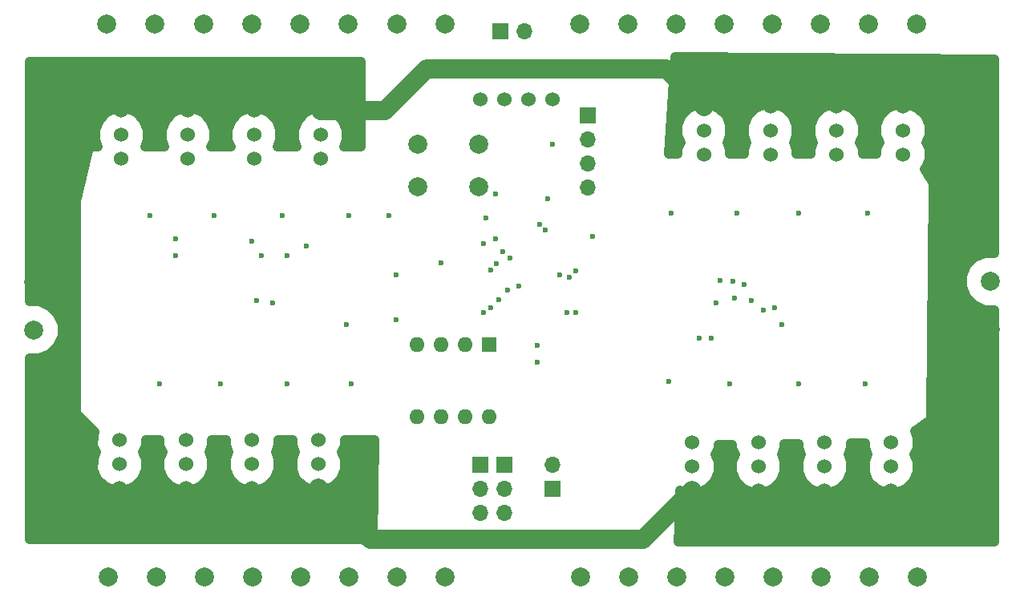
<source format=gbr>
G04 #@! TF.FileFunction,Copper,L3,Inr,Plane*
%FSLAX46Y46*%
G04 Gerber Fmt 4.6, Leading zero omitted, Abs format (unit mm)*
G04 Created by KiCad (PCBNEW 4.0.2+dfsg1-stable) date Tue 14 Aug 2018 11:21:20 PM MDT*
%MOMM*%
G01*
G04 APERTURE LIST*
%ADD10C,0.100000*%
%ADD11R,1.700000X1.700000*%
%ADD12O,1.700000X1.700000*%
%ADD13C,2.000000*%
%ADD14R,1.600000X1.600000*%
%ADD15O,1.600000X1.600000*%
%ADD16C,1.524000*%
%ADD17C,0.600000*%
%ADD18C,2.000000*%
%ADD19C,1.000000*%
G04 APERTURE END LIST*
D10*
D11*
X126720000Y-123870000D03*
D12*
X126720000Y-126410000D03*
X126720000Y-128950000D03*
D11*
X124180000Y-123870000D03*
D12*
X124180000Y-126410000D03*
X124180000Y-128950000D03*
D11*
X131800000Y-126410000D03*
D12*
X131800000Y-123870000D03*
D13*
X84720000Y-77300000D03*
X89800000Y-77300000D03*
X94920000Y-77300000D03*
X100000000Y-77300000D03*
X105120000Y-77300000D03*
X110200000Y-77300000D03*
X115320000Y-77300000D03*
X120400000Y-77300000D03*
X89960000Y-135720000D03*
X84880000Y-135720000D03*
X100120000Y-135720000D03*
X95040000Y-135720000D03*
X110280000Y-135720000D03*
X105200000Y-135720000D03*
X120440000Y-135720000D03*
X115360000Y-135720000D03*
X134630000Y-77240000D03*
X139710000Y-77240000D03*
X144790000Y-77240000D03*
X149870000Y-77240000D03*
X154950000Y-77240000D03*
X160030000Y-77240000D03*
X165110000Y-77240000D03*
X170190000Y-77240000D03*
X139780000Y-135680000D03*
X134700000Y-135680000D03*
X149940000Y-135680000D03*
X144860000Y-135680000D03*
X160100000Y-135680000D03*
X155020000Y-135680000D03*
X170260000Y-135680000D03*
X165180000Y-135680000D03*
D11*
X126250000Y-78000000D03*
D12*
X128790000Y-78000000D03*
D13*
X117500000Y-94500000D03*
X117500000Y-90000000D03*
X124000000Y-94500000D03*
X124000000Y-90000000D03*
D14*
X125040000Y-111130000D03*
D15*
X117420000Y-118750000D03*
X122500000Y-111130000D03*
X119960000Y-118750000D03*
X119960000Y-111130000D03*
X122500000Y-118750000D03*
X117420000Y-111130000D03*
X125040000Y-118750000D03*
D16*
X124130000Y-85250000D03*
X126670000Y-85250000D03*
X129210000Y-85250000D03*
X131750000Y-85250000D03*
D11*
X135500000Y-86960000D03*
D12*
X135500000Y-89500000D03*
X135500000Y-92040000D03*
X135500000Y-94580000D03*
D16*
X86250000Y-86420000D03*
X86250000Y-88960000D03*
X86250000Y-91500000D03*
X93250000Y-86420000D03*
X93250000Y-88960000D03*
X93250000Y-91500000D03*
X100250000Y-86420000D03*
X100250000Y-88960000D03*
X100250000Y-91500000D03*
X107250000Y-86420000D03*
X107250000Y-88960000D03*
X107250000Y-91500000D03*
X86050000Y-126300000D03*
X86050000Y-123760000D03*
X86050000Y-121220000D03*
X93050000Y-126300000D03*
X93050000Y-123760000D03*
X93050000Y-121220000D03*
X100050000Y-126300000D03*
X100050000Y-123760000D03*
X100050000Y-121220000D03*
X107050000Y-126300000D03*
X107050000Y-123760000D03*
X107050000Y-121220000D03*
X147750000Y-85960000D03*
X147750000Y-88500000D03*
X147750000Y-91040000D03*
X154750000Y-85960000D03*
X154750000Y-88500000D03*
X154750000Y-91040000D03*
X161750000Y-85960000D03*
X161750000Y-88500000D03*
X161750000Y-91040000D03*
X168750000Y-85960000D03*
X168750000Y-88500000D03*
X168750000Y-91040000D03*
X146500000Y-126580000D03*
X146500000Y-124040000D03*
X146500000Y-121500000D03*
X153500000Y-126580000D03*
X153500000Y-124040000D03*
X153500000Y-121500000D03*
X160500000Y-126580000D03*
X160500000Y-124040000D03*
X160500000Y-121500000D03*
X167500000Y-126580000D03*
X167500000Y-124040000D03*
X167500000Y-121500000D03*
D13*
X77000000Y-109580000D03*
X77000000Y-104500000D03*
X178000000Y-104460000D03*
X178000000Y-109540000D03*
D17*
X131750000Y-90000000D03*
X133550000Y-104000000D03*
X133250000Y-107750000D03*
X131250000Y-95750000D03*
X125750000Y-95250000D03*
X114500000Y-97500000D03*
X105750000Y-100750000D03*
X101000000Y-101750000D03*
X156000000Y-109000000D03*
X125750000Y-100000000D03*
X124750000Y-97750000D03*
X90250000Y-115250000D03*
X96750000Y-115250000D03*
X103750000Y-115250000D03*
X110500000Y-115250000D03*
X110000000Y-109000000D03*
X144000000Y-115000000D03*
X150500000Y-115250000D03*
X157750000Y-115250000D03*
X164750000Y-115250000D03*
X165000000Y-97250000D03*
X157750000Y-97250000D03*
X151250000Y-97250000D03*
X144250000Y-97250000D03*
X136000000Y-99750000D03*
X120000000Y-102500000D03*
X110250000Y-97500000D03*
X103250000Y-97500000D03*
X96000000Y-97500000D03*
X89250000Y-97500000D03*
X147250000Y-85460000D03*
X153500000Y-84000000D03*
X160750000Y-84000000D03*
X168000000Y-84250000D03*
X166500000Y-128500000D03*
X160000000Y-128250000D03*
X152750000Y-128250000D03*
X145080000Y-128000000D03*
X106000000Y-128000000D03*
X98750000Y-127750000D03*
X92000000Y-127750000D03*
X87250000Y-127750000D03*
X107500000Y-84750000D03*
X101000000Y-84500000D03*
X93500000Y-84500000D03*
X86750000Y-84500000D03*
X132500000Y-103750000D03*
X134217050Y-103374990D03*
X134250000Y-107750000D03*
X124500000Y-107750000D03*
X124500000Y-100500000D03*
X126500000Y-101300010D03*
X126997187Y-105374990D03*
X152000000Y-104750000D03*
X152750000Y-106500000D03*
X128164357Y-104924979D03*
X127250000Y-102000000D03*
X126106218Y-106374990D03*
X150823563Y-104474968D03*
X151000000Y-106250000D03*
X125874990Y-102600010D03*
X149000000Y-106750000D03*
X149468648Y-104349967D03*
X125250000Y-107275032D03*
X125250000Y-103250010D03*
X154000000Y-107500000D03*
X147250000Y-110500000D03*
X155250000Y-107250000D03*
X148500000Y-110500000D03*
X115250000Y-108500000D03*
X115250000Y-103750000D03*
X92000000Y-100000000D03*
X92000000Y-101750000D03*
X100000000Y-100250000D03*
X100500000Y-106500000D03*
X103750000Y-101750000D03*
X102250000Y-106750000D03*
X130149998Y-111250000D03*
X131000000Y-99000000D03*
X130149962Y-113000000D03*
X130434306Y-98434306D03*
D18*
X143790000Y-82000000D02*
X147250000Y-85460000D01*
X147250000Y-85460000D02*
X147750000Y-85960000D01*
X141330000Y-131750000D02*
X145080000Y-128000000D01*
X145080000Y-128000000D02*
X146500000Y-126580000D01*
X118500000Y-82000000D02*
X143790000Y-82000000D01*
X114080000Y-86420000D02*
X118500000Y-82000000D01*
X107250000Y-86420000D02*
X114080000Y-86420000D01*
X112500000Y-131750000D02*
X141330000Y-131750000D01*
X107050000Y-126300000D02*
X112500000Y-131750000D01*
D19*
G36*
X111500000Y-90250000D02*
X109721999Y-90250000D01*
X109713518Y-90229475D01*
X110011520Y-89511806D01*
X110012479Y-88413015D01*
X109592875Y-87397497D01*
X108816590Y-86619855D01*
X107801806Y-86198480D01*
X106703015Y-86197521D01*
X105687497Y-86617125D01*
X104909855Y-87393410D01*
X104488480Y-88408194D01*
X104487521Y-89506985D01*
X104786482Y-90230525D01*
X104778395Y-90250000D01*
X102721999Y-90250000D01*
X102713518Y-90229475D01*
X103011520Y-89511806D01*
X103012479Y-88413015D01*
X102592875Y-87397497D01*
X101816590Y-86619855D01*
X100801806Y-86198480D01*
X99703015Y-86197521D01*
X98687497Y-86617125D01*
X97909855Y-87393410D01*
X97488480Y-88408194D01*
X97487521Y-89506985D01*
X97786482Y-90230525D01*
X97778395Y-90250000D01*
X95721999Y-90250000D01*
X95713518Y-90229475D01*
X96011520Y-89511806D01*
X96012479Y-88413015D01*
X95592875Y-87397497D01*
X94816590Y-86619855D01*
X93801806Y-86198480D01*
X92703015Y-86197521D01*
X91687497Y-86617125D01*
X90909855Y-87393410D01*
X90488480Y-88408194D01*
X90487521Y-89506985D01*
X90786482Y-90230525D01*
X90778395Y-90250000D01*
X88721999Y-90250000D01*
X88713518Y-90229475D01*
X89011520Y-89511806D01*
X89012479Y-88413015D01*
X88592875Y-87397497D01*
X87816590Y-86619855D01*
X86801806Y-86198480D01*
X85703015Y-86197521D01*
X84687497Y-86617125D01*
X83909855Y-87393410D01*
X83488480Y-88408194D01*
X83487521Y-89506985D01*
X83786482Y-90230525D01*
X83778395Y-90250000D01*
X83250000Y-90250000D01*
X83055472Y-90289393D01*
X82891596Y-90401365D01*
X82764929Y-90628732D01*
X81514929Y-95628732D01*
X81500000Y-95750000D01*
X81500000Y-118250000D01*
X81539393Y-118444528D01*
X81646447Y-118603553D01*
X83412475Y-120369581D01*
X83288480Y-120668194D01*
X83287521Y-121766985D01*
X83586482Y-122490525D01*
X83288480Y-123208194D01*
X83287521Y-124306985D01*
X83707125Y-125322503D01*
X84483410Y-126100145D01*
X85498194Y-126521520D01*
X86596985Y-126522479D01*
X87612503Y-126102875D01*
X88390145Y-125326590D01*
X88811520Y-124311806D01*
X88812479Y-123213015D01*
X88513518Y-122489475D01*
X88811520Y-121771806D01*
X88811975Y-121250000D01*
X90287972Y-121250000D01*
X90287521Y-121766985D01*
X90586482Y-122490525D01*
X90288480Y-123208194D01*
X90287521Y-124306985D01*
X90707125Y-125322503D01*
X91483410Y-126100145D01*
X92498194Y-126521520D01*
X93596985Y-126522479D01*
X94612503Y-126102875D01*
X95390145Y-125326590D01*
X95811520Y-124311806D01*
X95812479Y-123213015D01*
X95513518Y-122489475D01*
X95811520Y-121771806D01*
X95811975Y-121250000D01*
X97287972Y-121250000D01*
X97287521Y-121766985D01*
X97586482Y-122490525D01*
X97288480Y-123208194D01*
X97287521Y-124306985D01*
X97707125Y-125322503D01*
X98483410Y-126100145D01*
X99498194Y-126521520D01*
X100596985Y-126522479D01*
X101612503Y-126102875D01*
X102390145Y-125326590D01*
X102811520Y-124311806D01*
X102812479Y-123213015D01*
X102513518Y-122489475D01*
X102811520Y-121771806D01*
X102811975Y-121250000D01*
X104287972Y-121250000D01*
X104287521Y-121766985D01*
X104586482Y-122490525D01*
X104288480Y-123208194D01*
X104287521Y-124306985D01*
X104707125Y-125322503D01*
X105483410Y-126100145D01*
X106498194Y-126521520D01*
X107596985Y-126522479D01*
X108612503Y-126102875D01*
X109390145Y-125326590D01*
X109811520Y-124311806D01*
X109812479Y-123213015D01*
X109513518Y-122489475D01*
X109811520Y-121771806D01*
X109811975Y-121250000D01*
X112989012Y-121250000D01*
X112760751Y-131750000D01*
X76575000Y-131750000D01*
X76575000Y-112579630D01*
X77594119Y-112580519D01*
X78697143Y-112124759D01*
X79541793Y-111281582D01*
X79999478Y-110179355D01*
X80000519Y-108985881D01*
X79544759Y-107882857D01*
X78701582Y-107038207D01*
X77599355Y-106580522D01*
X76575000Y-106579629D01*
X76575000Y-81250000D01*
X111500000Y-81250000D01*
X111500000Y-90250000D01*
X111500000Y-90250000D01*
G37*
X111500000Y-90250000D02*
X109721999Y-90250000D01*
X109713518Y-90229475D01*
X110011520Y-89511806D01*
X110012479Y-88413015D01*
X109592875Y-87397497D01*
X108816590Y-86619855D01*
X107801806Y-86198480D01*
X106703015Y-86197521D01*
X105687497Y-86617125D01*
X104909855Y-87393410D01*
X104488480Y-88408194D01*
X104487521Y-89506985D01*
X104786482Y-90230525D01*
X104778395Y-90250000D01*
X102721999Y-90250000D01*
X102713518Y-90229475D01*
X103011520Y-89511806D01*
X103012479Y-88413015D01*
X102592875Y-87397497D01*
X101816590Y-86619855D01*
X100801806Y-86198480D01*
X99703015Y-86197521D01*
X98687497Y-86617125D01*
X97909855Y-87393410D01*
X97488480Y-88408194D01*
X97487521Y-89506985D01*
X97786482Y-90230525D01*
X97778395Y-90250000D01*
X95721999Y-90250000D01*
X95713518Y-90229475D01*
X96011520Y-89511806D01*
X96012479Y-88413015D01*
X95592875Y-87397497D01*
X94816590Y-86619855D01*
X93801806Y-86198480D01*
X92703015Y-86197521D01*
X91687497Y-86617125D01*
X90909855Y-87393410D01*
X90488480Y-88408194D01*
X90487521Y-89506985D01*
X90786482Y-90230525D01*
X90778395Y-90250000D01*
X88721999Y-90250000D01*
X88713518Y-90229475D01*
X89011520Y-89511806D01*
X89012479Y-88413015D01*
X88592875Y-87397497D01*
X87816590Y-86619855D01*
X86801806Y-86198480D01*
X85703015Y-86197521D01*
X84687497Y-86617125D01*
X83909855Y-87393410D01*
X83488480Y-88408194D01*
X83487521Y-89506985D01*
X83786482Y-90230525D01*
X83778395Y-90250000D01*
X83250000Y-90250000D01*
X83055472Y-90289393D01*
X82891596Y-90401365D01*
X82764929Y-90628732D01*
X81514929Y-95628732D01*
X81500000Y-95750000D01*
X81500000Y-118250000D01*
X81539393Y-118444528D01*
X81646447Y-118603553D01*
X83412475Y-120369581D01*
X83288480Y-120668194D01*
X83287521Y-121766985D01*
X83586482Y-122490525D01*
X83288480Y-123208194D01*
X83287521Y-124306985D01*
X83707125Y-125322503D01*
X84483410Y-126100145D01*
X85498194Y-126521520D01*
X86596985Y-126522479D01*
X87612503Y-126102875D01*
X88390145Y-125326590D01*
X88811520Y-124311806D01*
X88812479Y-123213015D01*
X88513518Y-122489475D01*
X88811520Y-121771806D01*
X88811975Y-121250000D01*
X90287972Y-121250000D01*
X90287521Y-121766985D01*
X90586482Y-122490525D01*
X90288480Y-123208194D01*
X90287521Y-124306985D01*
X90707125Y-125322503D01*
X91483410Y-126100145D01*
X92498194Y-126521520D01*
X93596985Y-126522479D01*
X94612503Y-126102875D01*
X95390145Y-125326590D01*
X95811520Y-124311806D01*
X95812479Y-123213015D01*
X95513518Y-122489475D01*
X95811520Y-121771806D01*
X95811975Y-121250000D01*
X97287972Y-121250000D01*
X97287521Y-121766985D01*
X97586482Y-122490525D01*
X97288480Y-123208194D01*
X97287521Y-124306985D01*
X97707125Y-125322503D01*
X98483410Y-126100145D01*
X99498194Y-126521520D01*
X100596985Y-126522479D01*
X101612503Y-126102875D01*
X102390145Y-125326590D01*
X102811520Y-124311806D01*
X102812479Y-123213015D01*
X102513518Y-122489475D01*
X102811520Y-121771806D01*
X102811975Y-121250000D01*
X104287972Y-121250000D01*
X104287521Y-121766985D01*
X104586482Y-122490525D01*
X104288480Y-123208194D01*
X104287521Y-124306985D01*
X104707125Y-125322503D01*
X105483410Y-126100145D01*
X106498194Y-126521520D01*
X107596985Y-126522479D01*
X108612503Y-126102875D01*
X109390145Y-125326590D01*
X109811520Y-124311806D01*
X109812479Y-123213015D01*
X109513518Y-122489475D01*
X109811520Y-121771806D01*
X109811975Y-121250000D01*
X112989012Y-121250000D01*
X112760751Y-131750000D01*
X76575000Y-131750000D01*
X76575000Y-112579630D01*
X77594119Y-112580519D01*
X78697143Y-112124759D01*
X79541793Y-111281582D01*
X79999478Y-110179355D01*
X80000519Y-108985881D01*
X79544759Y-107882857D01*
X78701582Y-107038207D01*
X77599355Y-106580522D01*
X76575000Y-106579629D01*
X76575000Y-81250000D01*
X111500000Y-81250000D01*
X111500000Y-90250000D01*
G36*
X178425000Y-80988999D02*
X178425000Y-101460370D01*
X177405881Y-101459481D01*
X176302857Y-101915241D01*
X175458207Y-102758418D01*
X175000522Y-103860645D01*
X174999481Y-105054119D01*
X175455241Y-106157143D01*
X176298418Y-107001793D01*
X177400645Y-107459478D01*
X178425000Y-107460371D01*
X178425000Y-132000000D01*
X145036988Y-132000000D01*
X145248729Y-129035624D01*
X145250000Y-129000000D01*
X145250000Y-126511605D01*
X145948194Y-126801520D01*
X147046985Y-126802479D01*
X148062503Y-126382875D01*
X148840145Y-125606590D01*
X149261520Y-124591806D01*
X149262479Y-123493015D01*
X148963518Y-122769475D01*
X149261520Y-122051806D01*
X149261825Y-121702030D01*
X150737836Y-121686328D01*
X150737521Y-122046985D01*
X151036482Y-122770525D01*
X150738480Y-123488194D01*
X150737521Y-124586985D01*
X151157125Y-125602503D01*
X151933410Y-126380145D01*
X152948194Y-126801520D01*
X154046985Y-126802479D01*
X155062503Y-126382875D01*
X155840145Y-125606590D01*
X156261520Y-124591806D01*
X156262479Y-123493015D01*
X155963518Y-122769475D01*
X156261520Y-122051806D01*
X156261890Y-121627561D01*
X157737901Y-121611859D01*
X157737521Y-122046985D01*
X158036482Y-122770525D01*
X157738480Y-123488194D01*
X157737521Y-124586985D01*
X158157125Y-125602503D01*
X158933410Y-126380145D01*
X159948194Y-126801520D01*
X161046985Y-126802479D01*
X162062503Y-126382875D01*
X162840145Y-125606590D01*
X163261520Y-124591806D01*
X163262479Y-123493015D01*
X162963518Y-122769475D01*
X163261520Y-122051806D01*
X163261955Y-121553093D01*
X164737966Y-121537391D01*
X164737521Y-122046985D01*
X165036482Y-122770525D01*
X164738480Y-123488194D01*
X164737521Y-124586985D01*
X165157125Y-125602503D01*
X165933410Y-126380145D01*
X166948194Y-126801520D01*
X168046985Y-126802479D01*
X169062503Y-126382875D01*
X169840145Y-125606590D01*
X170261520Y-124591806D01*
X170262479Y-123493015D01*
X169963518Y-122769475D01*
X170261520Y-122051806D01*
X170262479Y-120953015D01*
X169998338Y-120313746D01*
X171550000Y-119150000D01*
X171681987Y-119001769D01*
X171749974Y-118755102D01*
X171999974Y-94255102D01*
X171921831Y-93981562D01*
X171063668Y-92633021D01*
X171090145Y-92606590D01*
X171511520Y-91591806D01*
X171512479Y-90493015D01*
X171213518Y-89769475D01*
X171511520Y-89051806D01*
X171512479Y-87953015D01*
X171092875Y-86937497D01*
X170316590Y-86159855D01*
X169301806Y-85738480D01*
X168203015Y-85737521D01*
X167187497Y-86157125D01*
X166409855Y-86933410D01*
X165988480Y-87948194D01*
X165987521Y-89046985D01*
X166286482Y-89770525D01*
X165988480Y-90488194D01*
X165988033Y-91000000D01*
X164512037Y-91000000D01*
X164512479Y-90493015D01*
X164213518Y-89769475D01*
X164511520Y-89051806D01*
X164512479Y-87953015D01*
X164092875Y-86937497D01*
X163316590Y-86159855D01*
X162301806Y-85738480D01*
X161203015Y-85737521D01*
X160187497Y-86157125D01*
X159409855Y-86933410D01*
X158988480Y-87948194D01*
X158987521Y-89046985D01*
X159286482Y-89770525D01*
X158988480Y-90488194D01*
X158988033Y-91000000D01*
X157512037Y-91000000D01*
X157512479Y-90493015D01*
X157213518Y-89769475D01*
X157511520Y-89051806D01*
X157512479Y-87953015D01*
X157092875Y-86937497D01*
X156316590Y-86159855D01*
X155301806Y-85738480D01*
X154203015Y-85737521D01*
X153187497Y-86157125D01*
X152409855Y-86933410D01*
X151988480Y-87948194D01*
X151987521Y-89046985D01*
X152286482Y-89770525D01*
X151988480Y-90488194D01*
X151988033Y-91000000D01*
X150512037Y-91000000D01*
X150512479Y-90493015D01*
X150213518Y-89769475D01*
X150511520Y-89051806D01*
X150512479Y-87953015D01*
X150092875Y-86937497D01*
X149316590Y-86159855D01*
X148301806Y-85738480D01*
X147203015Y-85737521D01*
X146187497Y-86157125D01*
X145409855Y-86933410D01*
X144988480Y-87948194D01*
X144987521Y-89046985D01*
X145286482Y-89770525D01*
X144988480Y-90488194D01*
X144988033Y-91000000D01*
X144034444Y-91000000D01*
X144717558Y-80753282D01*
X178425000Y-80988999D01*
X178425000Y-80988999D01*
G37*
X178425000Y-80988999D02*
X178425000Y-101460370D01*
X177405881Y-101459481D01*
X176302857Y-101915241D01*
X175458207Y-102758418D01*
X175000522Y-103860645D01*
X174999481Y-105054119D01*
X175455241Y-106157143D01*
X176298418Y-107001793D01*
X177400645Y-107459478D01*
X178425000Y-107460371D01*
X178425000Y-132000000D01*
X145036988Y-132000000D01*
X145248729Y-129035624D01*
X145250000Y-129000000D01*
X145250000Y-126511605D01*
X145948194Y-126801520D01*
X147046985Y-126802479D01*
X148062503Y-126382875D01*
X148840145Y-125606590D01*
X149261520Y-124591806D01*
X149262479Y-123493015D01*
X148963518Y-122769475D01*
X149261520Y-122051806D01*
X149261825Y-121702030D01*
X150737836Y-121686328D01*
X150737521Y-122046985D01*
X151036482Y-122770525D01*
X150738480Y-123488194D01*
X150737521Y-124586985D01*
X151157125Y-125602503D01*
X151933410Y-126380145D01*
X152948194Y-126801520D01*
X154046985Y-126802479D01*
X155062503Y-126382875D01*
X155840145Y-125606590D01*
X156261520Y-124591806D01*
X156262479Y-123493015D01*
X155963518Y-122769475D01*
X156261520Y-122051806D01*
X156261890Y-121627561D01*
X157737901Y-121611859D01*
X157737521Y-122046985D01*
X158036482Y-122770525D01*
X157738480Y-123488194D01*
X157737521Y-124586985D01*
X158157125Y-125602503D01*
X158933410Y-126380145D01*
X159948194Y-126801520D01*
X161046985Y-126802479D01*
X162062503Y-126382875D01*
X162840145Y-125606590D01*
X163261520Y-124591806D01*
X163262479Y-123493015D01*
X162963518Y-122769475D01*
X163261520Y-122051806D01*
X163261955Y-121553093D01*
X164737966Y-121537391D01*
X164737521Y-122046985D01*
X165036482Y-122770525D01*
X164738480Y-123488194D01*
X164737521Y-124586985D01*
X165157125Y-125602503D01*
X165933410Y-126380145D01*
X166948194Y-126801520D01*
X168046985Y-126802479D01*
X169062503Y-126382875D01*
X169840145Y-125606590D01*
X170261520Y-124591806D01*
X170262479Y-123493015D01*
X169963518Y-122769475D01*
X170261520Y-122051806D01*
X170262479Y-120953015D01*
X169998338Y-120313746D01*
X171550000Y-119150000D01*
X171681987Y-119001769D01*
X171749974Y-118755102D01*
X171999974Y-94255102D01*
X171921831Y-93981562D01*
X171063668Y-92633021D01*
X171090145Y-92606590D01*
X171511520Y-91591806D01*
X171512479Y-90493015D01*
X171213518Y-89769475D01*
X171511520Y-89051806D01*
X171512479Y-87953015D01*
X171092875Y-86937497D01*
X170316590Y-86159855D01*
X169301806Y-85738480D01*
X168203015Y-85737521D01*
X167187497Y-86157125D01*
X166409855Y-86933410D01*
X165988480Y-87948194D01*
X165987521Y-89046985D01*
X166286482Y-89770525D01*
X165988480Y-90488194D01*
X165988033Y-91000000D01*
X164512037Y-91000000D01*
X164512479Y-90493015D01*
X164213518Y-89769475D01*
X164511520Y-89051806D01*
X164512479Y-87953015D01*
X164092875Y-86937497D01*
X163316590Y-86159855D01*
X162301806Y-85738480D01*
X161203015Y-85737521D01*
X160187497Y-86157125D01*
X159409855Y-86933410D01*
X158988480Y-87948194D01*
X158987521Y-89046985D01*
X159286482Y-89770525D01*
X158988480Y-90488194D01*
X158988033Y-91000000D01*
X157512037Y-91000000D01*
X157512479Y-90493015D01*
X157213518Y-89769475D01*
X157511520Y-89051806D01*
X157512479Y-87953015D01*
X157092875Y-86937497D01*
X156316590Y-86159855D01*
X155301806Y-85738480D01*
X154203015Y-85737521D01*
X153187497Y-86157125D01*
X152409855Y-86933410D01*
X151988480Y-87948194D01*
X151987521Y-89046985D01*
X152286482Y-89770525D01*
X151988480Y-90488194D01*
X151988033Y-91000000D01*
X150512037Y-91000000D01*
X150512479Y-90493015D01*
X150213518Y-89769475D01*
X150511520Y-89051806D01*
X150512479Y-87953015D01*
X150092875Y-86937497D01*
X149316590Y-86159855D01*
X148301806Y-85738480D01*
X147203015Y-85737521D01*
X146187497Y-86157125D01*
X145409855Y-86933410D01*
X144988480Y-87948194D01*
X144987521Y-89046985D01*
X145286482Y-89770525D01*
X144988480Y-90488194D01*
X144988033Y-91000000D01*
X144034444Y-91000000D01*
X144717558Y-80753282D01*
X178425000Y-80988999D01*
M02*

</source>
